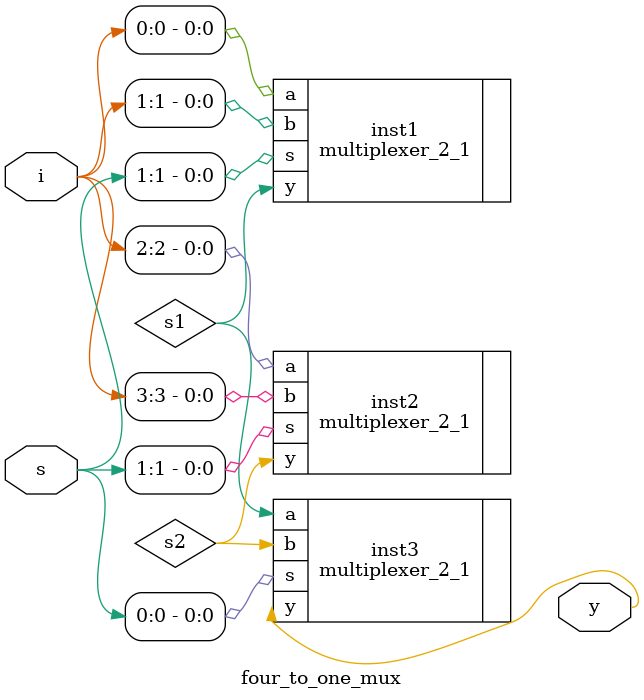
<source format=v>
module four_to_one_mux(
	input [3:0] i,
	input [1:0] s,
	output y
);
	wire s1,s2;
	
	multiplexer_2_1 inst1(.a(i[0]), .b(i[1]), .s(s[1]), .y(s1));
	multiplexer_2_1 inst2(.a(i[2]), .b(i[3]), .s(s[1]), .y(s2));
	multiplexer_2_1 inst3(.a(s1), .b(s2), .s(s[0]), .y(y));
endmodule

</source>
